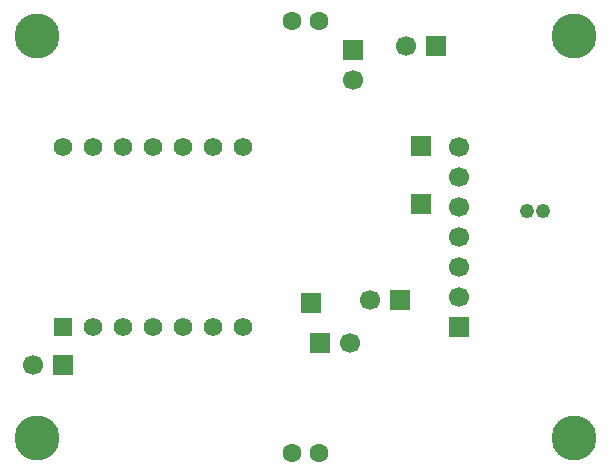
<source format=gbr>
%TF.GenerationSoftware,KiCad,Pcbnew,9.0.3*%
%TF.CreationDate,2025-07-21T16:47:40+08:00*%
%TF.ProjectId,pcb_all,7063625f-616c-46c2-9e6b-696361645f70,1*%
%TF.SameCoordinates,Original*%
%TF.FileFunction,Soldermask,Bot*%
%TF.FilePolarity,Negative*%
%FSLAX46Y46*%
G04 Gerber Fmt 4.6, Leading zero omitted, Abs format (unit mm)*
G04 Created by KiCad (PCBNEW 9.0.3) date 2025-07-21 16:47:40*
%MOMM*%
%LPD*%
G01*
G04 APERTURE LIST*
G04 Aperture macros list*
%AMRoundRect*
0 Rectangle with rounded corners*
0 $1 Rounding radius*
0 $2 $3 $4 $5 $6 $7 $8 $9 X,Y pos of 4 corners*
0 Add a 4 corners polygon primitive as box body*
4,1,4,$2,$3,$4,$5,$6,$7,$8,$9,$2,$3,0*
0 Add four circle primitives for the rounded corners*
1,1,$1+$1,$2,$3*
1,1,$1+$1,$4,$5*
1,1,$1+$1,$6,$7*
1,1,$1+$1,$8,$9*
0 Add four rect primitives between the rounded corners*
20,1,$1+$1,$2,$3,$4,$5,0*
20,1,$1+$1,$4,$5,$6,$7,0*
20,1,$1+$1,$6,$7,$8,$9,0*
20,1,$1+$1,$8,$9,$2,$3,0*%
G04 Aperture macros list end*
%ADD10R,1.700000X1.700000*%
%ADD11C,1.700000*%
%ADD12C,1.600000*%
%ADD13C,3.800000*%
%ADD14C,1.212000*%
%ADD15RoundRect,0.102000X0.679000X-0.679000X0.679000X0.679000X-0.679000X0.679000X-0.679000X-0.679000X0*%
%ADD16C,1.562000*%
G04 APERTURE END LIST*
D10*
%TO.C,TP1*%
X178600000Y-84600000D03*
D11*
X176060000Y-84600000D03*
%TD*%
D12*
%TO.C,SW2*%
X166450000Y-82500000D03*
X168750000Y-82500000D03*
%TD*%
D13*
%TO.C,H4*%
X190349999Y-117800000D03*
%TD*%
D12*
%TO.C,SW3*%
X168750000Y-119100000D03*
X166450000Y-119100000D03*
%TD*%
D10*
%TO.C,J1*%
X171600000Y-84925000D03*
D11*
X171600000Y-87465000D03*
%TD*%
D10*
%TO.C,TP5*%
X177325087Y-93124912D03*
%TD*%
%TO.C,TP6*%
X175600087Y-106124912D03*
D11*
X173060087Y-106124912D03*
%TD*%
D10*
%TO.C,TP4*%
X168027208Y-106375619D03*
%TD*%
D14*
%TO.C,B1*%
X187650000Y-98625000D03*
X186350000Y-98625000D03*
%TD*%
D13*
%TO.C,H1*%
X144849999Y-83800000D03*
%TD*%
D15*
%TO.C,U2*%
X147043500Y-108420000D03*
D16*
X149583500Y-108420000D03*
X152123500Y-108420000D03*
X154663500Y-108420000D03*
X157203500Y-108420000D03*
X159743500Y-108420000D03*
X162283500Y-108420000D03*
X162283500Y-93180000D03*
X159743500Y-93180000D03*
X157203500Y-93180000D03*
X154663500Y-93180000D03*
X152123500Y-93180000D03*
X149583500Y-93180000D03*
X147043500Y-93180000D03*
%TD*%
D13*
%TO.C,H3*%
X144849999Y-117800000D03*
%TD*%
D10*
%TO.C,TP7*%
X168825000Y-109800000D03*
D11*
X171365000Y-109800000D03*
%TD*%
D10*
%TO.C,TP2*%
X177325087Y-97999912D03*
%TD*%
D13*
%TO.C,H2*%
X190349999Y-83800000D03*
%TD*%
D10*
%TO.C,TP8*%
X147075000Y-111600000D03*
D11*
X144535000Y-111600000D03*
%TD*%
D10*
%TO.C,J2*%
X180600000Y-108420000D03*
D11*
X180600000Y-105880000D03*
X180600000Y-103340000D03*
X180600000Y-100800000D03*
X180600000Y-98260000D03*
X180600000Y-95720000D03*
X180600000Y-93180000D03*
%TD*%
M02*

</source>
